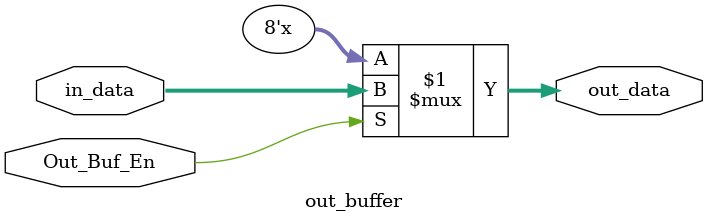
<source format=sv>
`timescale 1ns / 1ps

module Data_Path (
    input logic clk,
    input logic rst,
    input logic A_Mux_Sel,
    input logic A_En,
    input logic Acc_Mux_Sel,
    input logic Acc_En,
    input logic Out_Buf_En,

    output logic ALe10,
    output logic [7:0] out_acc_sum
);
    /**************************** REG A ****************************/
    logic [7:0] A_Mux_Out;
    logic [7:0] A_Reg_Out;
    logic [7:0] A_Sum_Out;

    mux_2x1 U_MUX_A_REG (
        .sel(A_Mux_Sel),
        .a  (8'd0),
        .b  (A_Sum_Out),

        .mux_out(A_Mux_Out)
    );

    register U_REG_A (
        .clk(clk),
        .rst(rst),
        .en (A_En),
        .d  (A_Mux_Out),


        .q(A_Reg_Out)
    );

    adder_8b U_ADD_REG_A (
        .a(8'd1),
        .b(A_Reg_Out),

        .sum(A_Sum_Out)
    );

    comparator U_CMP_LE10 (
        .x0(A_Reg_Out),
        .x1(8'd10),

        .y(ALe10)
    );

    /**************************** REG ACC SUM ****************************/

    logic [7:0] Acc_Mux_Out;
    logic [7:0] Acc_Reg_Out;
    logic [7:0] Acc_Sum_Out;

    mux_2x1 U_MUX_ACC_REG (
        .sel(Acc_Mux_Sel),
        .a  (8'd0),
        .b  (Acc_Sum_Out),

        .mux_out(Acc_Mux_Out)
    );

    register U_REG_ACC (
        .clk(clk),
        .rst(rst),
        .en (Acc_En),
        .d  (Acc_Mux_Out),


        .q(Acc_Reg_Out)
    );

    adder_8b U_ADD_REG_ACC (
        .a(A_Reg_Out),
        .b(Acc_Reg_Out),

        .sum(Acc_Sum_Out)
    );



    /**************************** OUTPUT ****************************/

    // out_buffer U_OUT_BUFFER (
    //     .Out_Buf_En(Out_Buf_En),
    //     .in_data(Acc_Sum_Out),

    //     .out_data(out_acc_sum)
    // );

    register U_REG_OUT (
        .clk(clk),
        .rst(rst),
        .en (Out_Buf_En),
        .d  (Acc_Reg_Out),


        .q(out_acc_sum)
    );

endmodule

module register (
    input logic clk,
    input logic rst,
    input logic en,
    input logic [7:0] d,


    output logic [7:0] q
);

    always_ff @(posedge clk or posedge rst) begin
        if (rst) begin
            q <= 0;
        end else if (en) begin
            q <= d;
        end else begin
            q <= q;
        end
    end

endmodule

module comparator (
    input logic [7:0] x0,
    input logic [7:0] x1,

    output logic y
);

    assign y = (x0 <= x1);

endmodule

module adder_8b (
    input logic [7:0] a,
    input logic [7:0] b,

    output logic [7:0] sum
);

    assign sum = a + b;

endmodule

module mux_2x1 (
    input logic sel,
    input logic [7:0] a,
    input logic [7:0] b,

    output logic [7:0] mux_out
);

    assign mux_out = (!sel) ? a : b;

endmodule

module out_buffer (
    input logic Out_Buf_En,
    input logic [7:0] in_data,

    output logic [7:0] out_data
);

    assign out_data = (Out_Buf_En) ? in_data : 8'bz;

endmodule

</source>
